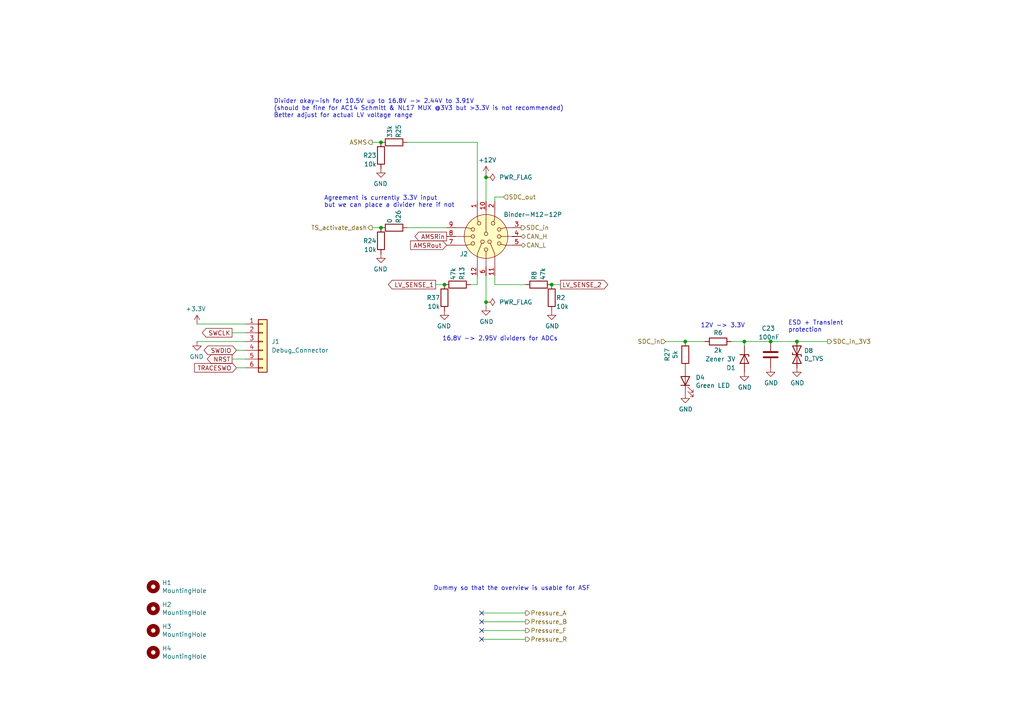
<source format=kicad_sch>
(kicad_sch (version 20211123) (generator eeschema)
  (paper "A4")
  (title_block (title "SDCL - Connections") (date "2021-12-16") (rev "v1.0") (company "FaSTTUBe - Formula Student Team TU Berlin") (comment 1 "Car 113") (comment 2 "EBS Electronics") (comment 3 "Electrical connections: Power, Programming, Buttons, CAN, SDC"))
  (lib_symbols
    (symbol "Connector_Generic:Conn_01x06" (pin_names (offset 1.016) hide)
      (property "Reference" "J" (at 0 7.62 0))
      (property "Value" "Conn_01x06" (at 0 -10.16 0))
      (symbol "Conn_01x06_1_1"
        (rectangle (start -1.27 -7.493) (end 0 -7.747) (stroke (width 0.1524)))
        (rectangle (start -1.27 -4.953) (end 0 -5.207) (stroke (width 0.1524)))
        (rectangle (start -1.27 -2.413) (end 0 -2.667) (stroke (width 0.1524)))
        (rectangle (start -1.27 0.127) (end 0 -0.127) (stroke (width 0.1524)))
        (rectangle (start -1.27 2.667) (end 0 2.413) (stroke (width 0.1524)))
        (rectangle (start -1.27 5.207) (end 0 4.953) (stroke (width 0.1524)))
        (rectangle (start -1.27 6.35) (end 1.27 -8.89) (stroke (width 0.254)) (fill (type background)))
        (pin passive line (at -5.08 5.08 0) (length 3.81) (name "Pin_1") (number "1"))
        (pin passive line (at -5.08 2.54 0) (length 3.81) (name "Pin_2") (number "2"))
        (pin passive line (at -5.08 0 0) (length 3.81) (name "Pin_3") (number "3"))
        (pin passive line (at -5.08 -2.54 0) (length 3.81) (name "Pin_4") (number "4"))
        (pin passive line (at -5.08 -5.08 0) (length 3.81) (name "Pin_5") (number "5"))
        (pin passive line (at -5.08 -7.62 0) (length 3.81) (name "Pin_6") (number "6"))
      )
    )
    (symbol "Custom:Binder-M12-12P" (pin_names (offset 1.016))
      (property "Reference" "J" (at -6.985 -5.715 0))
      (property "Value" "Binder-M12-12P" (at 4.572 6.858 0))
      (symbol "Binder-M12-12P_0_1"
        (circle (center -3.81 2.032) (radius 0.508))
        (circle (center -1.016 -1.524) (radius 0.508))
        (circle (center 0 -3.81) (radius 0.508))
        (polyline (pts (xy -8.89 -2.54) (xy -6.35 -2.54)))
        (polyline (pts (xy -8.89 2.54) (xy -6.35 2.54)))
        (polyline (pts (xy -2.54 -5.08) (xy -2.54 -8.89)))
        (polyline (pts (xy -2.54 6.35) (xy -2.54 7.62)))
        (polyline (pts (xy -1.2446 -1.9558) (xy -2.54 -5.08)))
        (polyline (pts (xy 0 -4.318) (xy 0 -8.89)))
        (polyline (pts (xy 0 2.54) (xy 0 1.27)))
        (polyline (pts (xy 0 2.54) (xy 0 7.62)))
        (polyline (pts (xy 1.2192 -1.9812) (xy 2.54 -5.08)))
        (polyline (pts (xy 2.54 -5.08) (xy 2.54 -8.89)))
        (polyline (pts (xy 2.54 6.35) (xy 2.54 7.62)))
        (polyline (pts (xy 6.35 -2.54) (xy 7.62 -2.54)))
        (polyline (pts (xy 6.35 2.54) (xy 7.62 2.54)))
        (polyline (pts (xy -6.35 2.54) (xy -5.588 2.54) (xy -4.318 2.286)))
        (polyline (pts (xy 6.35 2.54) (xy 5.588 2.54) (xy 4.318 2.286)))
        (circle (center 0 0) (radius 6.35) (fill (type background)))
        (circle (center 0 0.762) (radius 0.508))
        (circle (center 1.016 -1.524) (radius 0.508))
        (circle (center 3.81 2.032) (radius 0.508))
      )
      (symbol "Binder-M12-12P_1_1"
        (circle (center -3.81 -2.032) (radius 0.508))
        (circle (center -3.81 0) (radius 0.508))
        (circle (center -2.032 3.81) (radius 0.508))
        (polyline (pts (xy -4.318 0) (xy -8.89 0)))
        (polyline (pts (xy 4.318 0) (xy 8.89 0)))
        (polyline (pts (xy -6.35 -2.54) (xy -5.588 -2.54) (xy -4.318 -2.286)))
        (polyline (pts (xy -2.54 6.35) (xy -2.54 5.588) (xy -2.286 4.318)))
        (polyline (pts (xy 2.54 6.35) (xy 2.54 5.588) (xy 2.286 4.318)))
        (polyline (pts (xy 6.35 -2.54) (xy 5.588 -2.54) (xy 4.318 -2.286)))
        (circle (center 2.032 3.81) (radius 0.508))
        (circle (center 3.81 -2.032) (radius 0.508))
        (circle (center 3.81 0) (radius 0.508))
        (pin passive line (at -2.54 10.16 270) (length 2.54) (name "~") (number "1"))
        (pin passive line (at 0 10.16 270) (length 2.54) (name "~") (number "10"))
        (pin passive line (at 2.54 -11.43 90) (length 2.54) (name "~") (number "11"))
        (pin passive line (at -2.54 -11.43 90) (length 2.54) (name "~") (number "12"))
        (pin passive line (at 2.54 10.16 270) (length 2.54) (name "~") (number "2"))
        (pin passive line (at 10.16 2.54 180) (length 2.54) (name "~") (number "3"))
        (pin passive line (at 10.16 0 180) (length 2.54) (name "~") (number "4"))
        (pin passive line (at 10.16 -2.54 180) (length 2.54) (name "~") (number "5"))
        (pin passive line (at 0 -11.43 90) (length 2.54) (name "~") (number "6"))
        (pin passive line (at -11.43 -2.54 0) (length 2.54) (name "~") (number "7"))
        (pin passive line (at -11.43 0 0) (length 2.54) (name "~") (number "8"))
        (pin passive line (at -11.43 2.54 0) (length 2.54) (name "~") (number "9"))
      )
    )
    (symbol "Device:C" (pin_numbers hide) (pin_names (offset 0.254))
      (property "Reference" "C" (at 0.635 2.54 0))
      (property "Value" "C" (at 0.635 -2.54 0))
      (symbol "C_0_1"
        (polyline (pts (xy -2.032 -0.762) (xy 2.032 -0.762)) (stroke (width 0.508)))
        (polyline (pts (xy -2.032 0.762) (xy 2.032 0.762)) (stroke (width 0.508)))
      )
      (symbol "C_1_1"
        (pin passive line (at 0 3.81 270) (length 2.794) (name "~") (number "1"))
        (pin passive line (at 0 -3.81 90) (length 2.794) (name "~") (number "2"))
      )
    )
    (symbol "Device:D_TVS" (pin_numbers hide) (pin_names (offset 1.016) hide)
      (property "Reference" "D" (at 0 2.54 0))
      (property "Value" "D_TVS" (at 0 -2.54 0))
      (symbol "D_TVS_0_1"
        (polyline (pts (xy 1.27 0) (xy -1.27 0)))
        (polyline (pts (xy 0.508 1.27) (xy 0 1.27) (xy 0 -1.27) (xy -0.508 -1.27)) (stroke (width 0.254)))
        (polyline (pts (xy -2.54 1.27) (xy -2.54 -1.27) (xy 2.54 1.27) (xy 2.54 -1.27) (xy -2.54 1.27)) (stroke (width 0.254)))
      )
      (symbol "D_TVS_1_1"
        (pin passive line (at -3.81 0 0) (length 2.54) (name "A1") (number "1"))
        (pin passive line (at 3.81 0 180) (length 2.54) (name "A2") (number "2"))
      )
    )
    (symbol "Device:D_Zener" (pin_numbers hide) (pin_names (offset 1.016) hide)
      (property "Reference" "D" (at 0 2.54 0))
      (property "Value" "D_Zener" (at 0 -2.54 0))
      (symbol "D_Zener_0_1"
        (polyline (pts (xy 1.27 0) (xy -1.27 0)))
        (polyline (pts (xy -1.27 -1.27) (xy -1.27 1.27) (xy -0.762 1.27)) (stroke (width 0.254)))
        (polyline (pts (xy 1.27 -1.27) (xy 1.27 1.27) (xy -1.27 0) (xy 1.27 -1.27)) (stroke (width 0.254)))
      )
      (symbol "D_Zener_1_1"
        (pin passive line (at -3.81 0 0) (length 2.54) (name "K") (number "1"))
        (pin passive line (at 3.81 0 180) (length 2.54) (name "A") (number "2"))
      )
    )
    (symbol "Device:LED" (pin_numbers hide) (pin_names (offset 1.016) hide)
      (property "Reference" "D" (at 0 2.54 0))
      (property "Value" "LED" (at 0 -2.54 0))
      (symbol "LED_0_1"
        (polyline (pts (xy -1.27 -1.27) (xy -1.27 1.27)) (stroke (width 0.254)))
        (polyline (pts (xy -1.27 0) (xy 1.27 0)))
        (polyline (pts (xy 1.27 -1.27) (xy 1.27 1.27) (xy -1.27 0) (xy 1.27 -1.27)) (stroke (width 0.254)))
        (polyline (pts (xy -3.048 -0.762) (xy -4.572 -2.286) (xy -3.81 -2.286) (xy -4.572 -2.286) (xy -4.572 -1.524)))
        (polyline (pts (xy -1.778 -0.762) (xy -3.302 -2.286) (xy -2.54 -2.286) (xy -3.302 -2.286) (xy -3.302 -1.524)))
      )
      (symbol "LED_1_1"
        (pin passive line (at -3.81 0 0) (length 2.54) (name "K") (number "1"))
        (pin passive line (at 3.81 0 180) (length 2.54) (name "A") (number "2"))
      )
    )
    (symbol "Device:R" (pin_numbers hide) (pin_names (offset 0))
      (property "Reference" "R" (at 2.032 0 90))
      (property "Value" "R" (at 0 0 90))
      (symbol "R_0_1"
        (rectangle (start -1.016 -2.54) (end 1.016 2.54) (stroke (width 0.254)))
      )
      (symbol "R_1_1"
        (pin passive line (at 0 3.81 270) (length 1.27) (name "~") (number "1"))
        (pin passive line (at 0 -3.81 90) (length 1.27) (name "~") (number "2"))
      )
    )
    (symbol "Mechanical:MountingHole" (pin_names (offset 1.016))
      (property "Reference" "H" (at 0 5.08 0))
      (property "Value" "MountingHole" (at 0 3.175 0))
      (symbol "MountingHole_0_1"
        (circle (center 0 0) (radius 1.27) (stroke (width 1.27)))
      )
    )
    (symbol "power:+12V" (power) (pin_names (offset 0))
      (property "Value" "+12V" (at 0 3.556 0))
      (symbol "+12V_0_1"
        (polyline (pts (xy -0.762 1.27) (xy 0 2.54)))
        (polyline (pts (xy 0 0) (xy 0 2.54)))
        (polyline (pts (xy 0 2.54) (xy 0.762 1.27)))
      )
      (symbol "+12V_1_1"
        (pin power_in line (at 0 0 90) (length 0) hide (name "+12V") (number "1"))
      )
    )
    (symbol "power:+3.3V" (power) (pin_names (offset 0))
      (property "Value" "+3.3V" (at 0 3.556 0))
      (symbol "+3.3V_0_1"
        (polyline (pts (xy -0.762 1.27) (xy 0 2.54)))
        (polyline (pts (xy 0 0) (xy 0 2.54)))
        (polyline (pts (xy 0 2.54) (xy 0.762 1.27)))
      )
      (symbol "+3.3V_1_1"
        (pin power_in line (at 0 0 90) (length 0) hide (name "+3.3V") (number "1"))
      )
    )
    (symbol "power:GND" (power) (pin_names (offset 0))
      (property "Value" "GND" (at 0 -3.81 0))
      (symbol "GND_0_1"
        (polyline (pts (xy 0 0) (xy 0 -1.27) (xy 1.27 -1.27) (xy 0 -2.54) (xy -1.27 -1.27) (xy 0 -1.27)))
      )
      (symbol "GND_1_1"
        (pin power_in line (at 0 0 270) (length 0) hide (name "GND") (number "1"))
      )
    )
    (symbol "power:PWR_FLAG" (power) (pin_numbers hide) (pin_names (offset 0) hide)
      (property "Value" "PWR_FLAG" (at 0 3.81 0))
      (symbol "PWR_FLAG_0_0"
        (pin power_out line (at 0 0 90) (length 0) (name "pwr") (number "1"))
      )
      (symbol "PWR_FLAG_0_1"
        (polyline (pts (xy 0 0) (xy 0 1.27) (xy -1.016 1.905) (xy 0 2.54) (xy 1.016 1.905) (xy 0 1.27)))
      )
    )
  )
  (junction (at 215.9 99.06))
  (junction (at 231.14 99.06))
  (junction (at 110.49 66.04))
  (junction (at 140.97 51.435))
  (junction (at 128.905 82.55))
  (junction (at 110.49 41.275))
  (junction (at 198.755 99.06))
  (junction (at 160.02 82.55))
  (junction (at 223.52 99.06))
  (junction (at 140.97 87.63))
  (no_connect (at 139.7 185.42))
  (no_connect (at 139.7 180.34))
  (no_connect (at 139.7 177.8))
  (no_connect (at 139.7 182.88))
  (wire (pts (xy 140.97 87.63) (xy 140.97 88.9)))
  (wire (pts (xy 68.58 101.6) (xy 71.12 101.6)))
  (wire (pts (xy 68.58 106.68) (xy 71.12 106.68)))
  (wire (pts (xy 215.9 99.06) (xy 223.52 99.06)))
  (wire (pts (xy 67.31 104.14) (xy 71.12 104.14)))
  (wire (pts (xy 215.9 100.33) (xy 215.9 99.06)))
  (wire (pts (xy 223.52 99.06) (xy 231.14 99.06)))
  (wire (pts (xy 118.11 41.275) (xy 138.43 41.275)))
  (wire (pts (xy 107.95 66.04) (xy 110.49 66.04)))
  (wire (pts (xy 198.755 99.06) (xy 204.47 99.06)))
  (wire (pts (xy 57.15 93.98) (xy 71.12 93.98)))
  (wire (pts (xy 139.7 177.8) (xy 152.4 177.8)))
  (wire (pts (xy 136.525 82.55) (xy 138.43 82.55)))
  (wire (pts (xy 126.365 82.55) (xy 128.905 82.55)))
  (wire (pts (xy 193.04 99.06) (xy 198.755 99.06)))
  (wire (pts (xy 140.97 80.01) (xy 140.97 87.63)))
  (wire (pts (xy 143.51 57.15) (xy 146.05 57.15)))
  (wire (pts (xy 57.15 99.06) (xy 71.12 99.06)))
  (wire (pts (xy 118.11 66.04) (xy 129.54 66.04)))
  (wire (pts (xy 143.51 82.55) (xy 152.4 82.55)))
  (wire (pts (xy 143.51 58.42) (xy 143.51 57.15)))
  (wire (pts (xy 138.43 41.275) (xy 138.43 58.42)))
  (wire (pts (xy 107.95 41.275) (xy 110.49 41.275)))
  (wire (pts (xy 143.51 80.01) (xy 143.51 82.55)))
  (wire (pts (xy 140.97 50.8) (xy 140.97 51.435)))
  (wire (pts (xy 139.7 185.42) (xy 152.4 185.42)))
  (wire (pts (xy 139.7 180.34) (xy 152.4 180.34)))
  (wire (pts (xy 138.43 82.55) (xy 138.43 80.01)))
  (wire (pts (xy 162.56 82.55) (xy 160.02 82.55)))
  (wire (pts (xy 67.31 96.52) (xy 71.12 96.52)))
  (wire (pts (xy 231.14 99.06) (xy 240.03 99.06)))
  (wire (pts (xy 212.09 99.06) (xy 215.9 99.06)))
  (wire (pts (xy 140.97 51.435) (xy 140.97 58.42)))
  (wire (pts (xy 139.7 182.88) (xy 152.4 182.88)))
  (text "Dummy so that the overview is usable for ASF" (at 125.73 171.45 0) (effects (font (size 1.27 1.27)) (justify left bottom)))
  (text "12V -> 3.3V" (at 203.2 95.25 0) (effects (font (size 1.27 1.27)) (justify left bottom)))
  (text "16.8V -> 2.95V dividers for ADCs" (at 128.27 99.06 0) (effects (font (size 1.27 1.27)) (justify left bottom)))
  (text "ESD + Transient\nprotection" (at 228.6 96.52 0) (effects (font (size 1.27 1.27)) (justify left bottom)))
  (text "Agreement is currently 3.3V input\nbut we can place a divider here if not" (at 93.98 60.325 0) (effects (font (size 1.27 1.27)) (justify left bottom)))
  (text "Divider okay-ish for 10.5V up to 16.8V -> 2.44V to 3.91V\n(should be fine for AC14 Schmitt & NL17 MUX @3V3 but >3.3V is not recommended)\nBetter adjust for actual LV voltage range" (at 79.375 34.29 0) (effects (font (size 1.27 1.27)) (justify left bottom)))
  (global_label "LV_SENSE_2" (shape output) (at 162.56 82.55 0) (property "Intersheet References" "${INTERSHEET_REFS}" (effects hide)))
  (global_label "AMSRin" (shape output) (at 129.54 68.58 180) (property "Intersheet References" "${INTERSHEET_REFS}" (effects hide)))
  (global_label "AMSRout" (shape input) (at 129.54 71.12 180) (property "Intersheet References" "${INTERSHEET_REFS}" (effects hide)))
  (global_label "LV_SENSE_1" (shape output) (at 126.365 82.55 180) (property "Intersheet References" "${INTERSHEET_REFS}" (effects hide)))
  (global_label "TRACESWO" (shape input) (at 68.58 106.68 180) (property "Intersheet References" "${INTERSHEET_REFS}" (effects hide)))
  (global_label "NRST" (shape output) (at 67.31 104.14 180) (property "Intersheet References" "${INTERSHEET_REFS}" (effects hide)))
  (global_label "SWCLK" (shape output) (at 67.31 96.52 180) (property "Intersheet References" "${INTERSHEET_REFS}" (effects hide)))
  (global_label "SWDIO" (shape bidirectional) (at 68.58 101.6 180) (property "Intersheet References" "${INTERSHEET_REFS}" (effects hide)))
  (hierarchical_label "SDC_in_3V3" (shape output) (at 240.03 99.06 0))
  (hierarchical_label "Pressure_R" (shape output) (at 152.4 185.42 0))
  (hierarchical_label "SDC_out" (shape input) (at 146.05 57.15 0))
  (hierarchical_label "TS_activate_dash" (shape output) (at 107.95 66.04 180))
  (hierarchical_label "Pressure_B" (shape output) (at 152.4 180.34 0))
  (hierarchical_label "ASMS" (shape output) (at 107.95 41.275 180))
  (hierarchical_label "SDC_in" (shape output) (at 151.13 66.04 0))
  (hierarchical_label "CAN_H" (shape bidirectional) (at 151.13 68.58 0))
  (hierarchical_label "Pressure_F" (shape output) (at 152.4 182.88 0))
  (hierarchical_label "SDC_in" (shape input) (at 193.04 99.06 180))
  (hierarchical_label "CAN_L" (shape bidirectional) (at 151.13 71.12 0))
  (hierarchical_label "Pressure_A" (shape output) (at 152.4 177.8 0))
  (symbol (lib_id "Device:R") (at 208.28 99.06 90) (mirror x) (unit 1)
    (property "Reference" "R6" (at 208.28 96.52 90))
    (property "Value" "2k" (at 208.28 101.6 90))
    (property "Footprint" "Resistor_SMD:R_0603_1608Metric_Pad0.98x0.95mm_HandSolder" (effects hide))
  )
  (symbol (lib_id "power:GND") (at 215.9 107.95 0) (unit 1)
    (property "Reference" "#PWR0101" (effects hide))
    (property "Value" "GND" (at 216.027 112.3442 0))
  )
  (symbol (lib_id "power:GND") (at 231.14 106.68 0) (unit 1)
    (property "Reference" "#PWR0102" (effects hide))
    (property "Value" "GND" (at 231.267 111.0742 0))
  )
  (symbol (lib_id "Device:C") (at 223.52 102.87 180) (unit 1)
    (property "Reference" "C23" (at 224.79 95.25 0) (effects (justify left)))
    (property "Value" "100nF" (at 226.06 97.79 0) (effects (justify left)))
    (property "Footprint" "Capacitor_SMD:C_0603_1608Metric_Pad1.08x0.95mm_HandSolder" (effects hide))
  )
  (symbol (lib_id "power:GND") (at 223.52 106.68 0) (unit 1)
    (property "Reference" "#PWR0104" (effects hide))
    (property "Value" "GND" (at 223.647 111.0742 0))
  )
  (symbol (lib_id "Device:D_TVS") (at 231.14 102.87 270) (unit 1)
    (property "Reference" "D8" (at 233.172 101.7016 90) (effects (justify left)))
    (property "Value" "D_TVS" (at 233.172 104.013 90) (effects (justify left)))
    (property "Footprint" "Diode_SMD:D_SOD-323_HandSoldering" (effects hide))
  )
  (symbol (lib_id "Mechanical:MountingHole") (at 44.45 170.18 0) (unit 1)
    (property "Reference" "H1" (at 46.99 169.0116 0) (effects (justify left)))
    (property "Value" "MountingHole" (at 46.99 171.323 0) (effects (justify left)))
    (property "Footprint" "MountingHole:MountingHole_3.2mm_M3" (effects hide))
  )
  (symbol (lib_id "Mechanical:MountingHole") (at 44.45 176.53 0) (unit 1)
    (property "Reference" "H2" (at 46.99 175.3616 0) (effects (justify left)))
    (property "Value" "MountingHole" (at 46.99 177.673 0) (effects (justify left)))
    (property "Footprint" "MountingHole:MountingHole_3.2mm_M3" (effects hide))
  )
  (symbol (lib_id "Mechanical:MountingHole") (at 44.45 182.88 0) (unit 1)
    (property "Reference" "H3" (at 46.99 181.7116 0) (effects (justify left)))
    (property "Value" "MountingHole" (at 46.99 184.023 0) (effects (justify left)))
    (property "Footprint" "MountingHole:MountingHole_3.2mm_M3" (effects hide))
  )
  (symbol (lib_id "power:+12V") (at 140.97 50.8 0) (unit 1)
    (property "Reference" "#PWR0106" (effects hide))
    (property "Value" "+12V" (at 141.351 46.4058 0))
  )
  (symbol (lib_id "power:+3.3V") (at 57.15 93.98 0) (mirror y) (unit 1)
    (property "Reference" "#PWR0141" (effects hide))
    (property "Value" "+3.3V" (at 56.769 89.5858 0))
  )
  (symbol (lib_id "power:GND") (at 57.15 99.06 0) (mirror y) (unit 1)
    (property "Reference" "#PWR0164" (effects hide))
    (property "Value" "GND" (at 57.023 103.4542 0))
  )
  (symbol (lib_id "power:GND") (at 140.97 88.9 0) (unit 1)
    (property "Reference" "#PWR0110" (effects hide))
    (property "Value" "GND" (at 141.097 93.2942 0))
  )
  (symbol (lib_id "Custom:Binder-M12-12P") (at 140.97 68.58 0) (unit 1)
    (property "Reference" "J2" (at 133.35 73.66 0) (effects (justify left)))
    (property "Value" "Binder-M12-12P" (at 146.05 62.23 0) (effects (justify left)))
    (property "Footprint" "Custom:Binder_M12-A_12P_Female" (effects hide))
    (property "Datasheet" "http://www.mouser.com/ds/2/18/40_c091_abd_e-75918.pdf" (effects hide))
  )
  (symbol (lib_id "Device:D_Zener") (at 215.9 104.14 270) (unit 1)
    (property "Reference" "D1" (at 213.36 106.68 90) (effects (justify right)))
    (property "Value" "Zener 3V" (at 213.36 104.14 90) (effects (justify right)))
    (property "Footprint" "Diode_SMD:D_SOD-323_HandSoldering" (effects hide))
  )
  (symbol (lib_id "Device:R") (at 198.755 102.87 180) (unit 1)
    (property "Reference" "R27" (at 193.4972 102.87 90))
    (property "Value" "5k" (at 195.8086 102.87 90))
    (property "Footprint" "Resistor_SMD:R_0603_1608Metric_Pad0.98x0.95mm_HandSolder" (effects hide))
  )
  (symbol (lib_id "power:GND") (at 110.49 73.66 0) (mirror y) (unit 1)
    (property "Reference" "#PWR011" (effects hide))
    (property "Value" "GND" (at 110.363 78.0542 0))
  )
  (symbol (lib_id "power:GND") (at 128.905 90.17 0) (mirror y) (unit 1)
    (property "Reference" "#PWR0111" (effects hide))
    (property "Value" "GND" (at 128.778 94.5642 0))
  )
  (symbol (lib_id "Device:R") (at 114.3 66.04 270) (mirror x) (unit 1)
    (property "Reference" "R26" (at 115.57 64.77 0) (effects (justify left)))
    (property "Value" "0" (at 113.03 64.77 0) (effects (justify left)))
    (property "Footprint" "Resistor_SMD:R_0603_1608Metric_Pad0.98x0.95mm_HandSolder" (effects hide))
  )
  (symbol (lib_id "power:GND") (at 160.02 90.17 0) (unit 1)
    (property "Reference" "#PWR0114" (effects hide))
    (property "Value" "GND" (at 160.147 94.5642 0))
  )
  (symbol (lib_id "Device:R") (at 156.21 82.55 90) (unit 1)
    (property "Reference" "R8" (at 154.94 81.28 0) (effects (justify left)))
    (property "Value" "47k" (at 157.48 81.28 0) (effects (justify left)))
    (property "Footprint" "Resistor_SMD:R_0603_1608Metric_Pad0.98x0.95mm_HandSolder" (effects hide))
  )
  (symbol (lib_id "Device:R") (at 132.715 82.55 270) (mirror x) (unit 1)
    (property "Reference" "R13" (at 133.985 81.28 0) (effects (justify left)))
    (property "Value" "47k" (at 131.445 81.28 0) (effects (justify left)))
    (property "Footprint" "Resistor_SMD:R_0603_1608Metric_Pad0.98x0.95mm_HandSolder" (effects hide))
  )
  (symbol (lib_id "Device:LED") (at 198.755 110.49 90) (unit 1)
    (property "Reference" "D4" (at 201.7522 109.4994 90) (effects (justify right)))
    (property "Value" "Green LED" (at 201.7522 111.8108 90) (effects (justify right)))
    (property "Footprint" "Diode_SMD:D_0603_1608Metric_Pad1.05x0.95mm_HandSolder" (effects hide))
  )
  (symbol (lib_id "Device:R") (at 110.49 69.85 0) (mirror y) (unit 1)
    (property "Reference" "R24" (at 109.22 69.85 0) (effects (justify left)))
    (property "Value" "10k" (at 109.22 72.39 0) (effects (justify left)))
    (property "Footprint" "Resistor_SMD:R_0603_1608Metric_Pad0.98x0.95mm_HandSolder" (effects hide))
  )
  (symbol (lib_id "Device:R") (at 128.905 86.36 0) (mirror y) (unit 1)
    (property "Reference" "R37" (at 127.635 86.36 0) (effects (justify left)))
    (property "Value" "10k" (at 127.635 88.9 0) (effects (justify left)))
    (property "Footprint" "Resistor_SMD:R_0603_1608Metric_Pad0.98x0.95mm_HandSolder" (effects hide))
  )
  (symbol (lib_id "power:PWR_FLAG") (at 140.97 51.435 270) (unit 1)
    (property "Reference" "#FLG0102" (effects hide))
    (property "Value" "PWR_FLAG" (at 144.78 51.4349 90) (effects (justify left)))
  )
  (symbol (lib_id "Mechanical:MountingHole") (at 44.45 189.23 0) (unit 1)
    (property "Reference" "H4" (at 46.99 188.0616 0) (effects (justify left)))
    (property "Value" "MountingHole" (at 46.99 190.373 0) (effects (justify left)))
    (property "Footprint" "MountingHole:MountingHole_3.2mm_M3" (effects hide))
  )
  (symbol (lib_id "Device:R") (at 110.49 45.085 0) (mirror y) (unit 1)
    (property "Reference" "R23" (at 109.22 45.085 0) (effects (justify left)))
    (property "Value" "10k" (at 109.22 47.625 0) (effects (justify left)))
    (property "Footprint" "Resistor_SMD:R_0603_1608Metric_Pad0.98x0.95mm_HandSolder" (effects hide))
  )
  (symbol (lib_id "power:PWR_FLAG") (at 140.97 87.63 270) (unit 1)
    (property "Reference" "#FLG0103" (effects hide))
    (property "Value" "PWR_FLAG" (at 144.78 87.6299 90) (effects (justify left)))
  )
  (symbol (lib_id "power:GND") (at 110.49 48.895 0) (mirror y) (unit 1)
    (property "Reference" "#PWR010" (effects hide))
    (property "Value" "GND" (at 110.363 53.2892 0))
  )
  (symbol (lib_id "Device:R") (at 114.3 41.275 270) (mirror x) (unit 1)
    (property "Reference" "R25" (at 115.57 40.005 0) (effects (justify left)))
    (property "Value" "33k" (at 113.03 40.005 0) (effects (justify left)))
    (property "Footprint" "Resistor_SMD:R_0603_1608Metric_Pad0.98x0.95mm_HandSolder" (effects hide))
  )
  (symbol (lib_id "Connector_Generic:Conn_01x06") (at 76.2 99.06 0) (unit 1)
    (property "Reference" "J1" (at 78.74 99.0599 0) (effects (justify left)))
    (property "Value" "Debug_Connector" (at 78.74 101.5999 0) (effects (justify left)))
    (property "Footprint" "Connector_PinHeader_2.54mm:PinHeader_1x06_P2.54mm_Horizontal" (effects hide))
  )
  (symbol (lib_id "power:GND") (at 198.755 114.3 0) (unit 1)
    (property "Reference" "#PWR012" (effects hide))
    (property "Value" "GND" (at 198.882 118.6942 0))
  )
  (symbol (lib_id "Device:R") (at 160.02 86.36 0) (unit 1)
    (property "Reference" "R2" (at 161.29 86.36 0) (effects (justify left)))
    (property "Value" "10k" (at 161.29 88.9 0) (effects (justify left)))
    (property "Footprint" "Resistor_SMD:R_0603_1608Metric_Pad0.98x0.95mm_HandSolder" (effects hide))
  )
)
</source>
